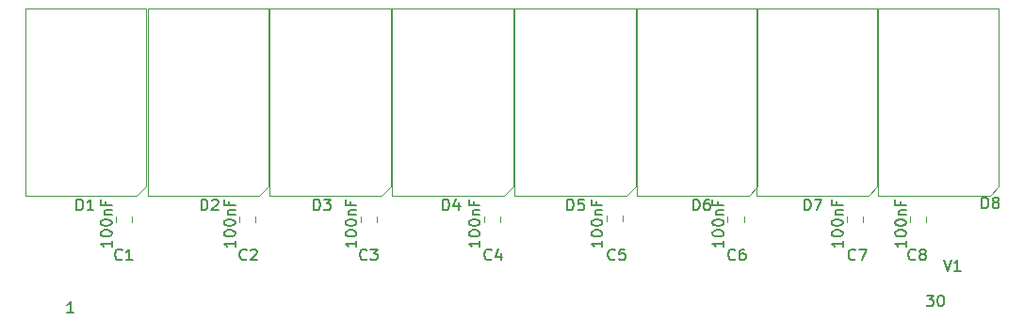
<source format=gbr>
%TF.GenerationSoftware,KiCad,Pcbnew,6.0.0+dfsg1-2*%
%TF.CreationDate,2022-02-11T22:47:22+03:00*%
%TF.ProjectId,simm3016_n,73696d6d-3330-4313-965f-6e2e6b696361,rev?*%
%TF.SameCoordinates,Original*%
%TF.FileFunction,Legend,Top*%
%TF.FilePolarity,Positive*%
%FSLAX46Y46*%
G04 Gerber Fmt 4.6, Leading zero omitted, Abs format (unit mm)*
G04 Created by KiCad (PCBNEW 6.0.0+dfsg1-2) date 2022-02-11 22:47:22*
%MOMM*%
%LPD*%
G01*
G04 APERTURE LIST*
%ADD10C,0.150000*%
%ADD11C,0.120000*%
G04 APERTURE END LIST*
D10*
X218890476Y-139702380D02*
X219223809Y-140702380D01*
X219557142Y-139702380D01*
X220414285Y-140702380D02*
X219842857Y-140702380D01*
X220128571Y-140702380D02*
X220128571Y-139702380D01*
X220033333Y-139845238D01*
X219938095Y-139940476D01*
X219842857Y-139988095D01*
X140685714Y-144452380D02*
X140114285Y-144452380D01*
X140400000Y-144452380D02*
X140400000Y-143452380D01*
X140304761Y-143595238D01*
X140209523Y-143690476D01*
X140114285Y-143738095D01*
X217340476Y-142902380D02*
X217959523Y-142902380D01*
X217626190Y-143283333D01*
X217769047Y-143283333D01*
X217864285Y-143330952D01*
X217911904Y-143378571D01*
X217959523Y-143473809D01*
X217959523Y-143711904D01*
X217911904Y-143807142D01*
X217864285Y-143854761D01*
X217769047Y-143902380D01*
X217483333Y-143902380D01*
X217388095Y-143854761D01*
X217340476Y-143807142D01*
X218578571Y-142902380D02*
X218673809Y-142902380D01*
X218769047Y-142950000D01*
X218816666Y-142997619D01*
X218864285Y-143092857D01*
X218911904Y-143283333D01*
X218911904Y-143521428D01*
X218864285Y-143711904D01*
X218816666Y-143807142D01*
X218769047Y-143854761D01*
X218673809Y-143902380D01*
X218578571Y-143902380D01*
X218483333Y-143854761D01*
X218435714Y-143807142D01*
X218388095Y-143711904D01*
X218340476Y-143521428D01*
X218340476Y-143283333D01*
X218388095Y-143092857D01*
X218435714Y-142997619D01*
X218483333Y-142950000D01*
X218578571Y-142902380D01*
%TO.C,D8*%
X222321904Y-135082380D02*
X222321904Y-134082380D01*
X222560000Y-134082380D01*
X222702857Y-134130000D01*
X222798095Y-134225238D01*
X222845714Y-134320476D01*
X222893333Y-134510952D01*
X222893333Y-134653809D01*
X222845714Y-134844285D01*
X222798095Y-134939523D01*
X222702857Y-135034761D01*
X222560000Y-135082380D01*
X222321904Y-135082380D01*
X223464761Y-134510952D02*
X223369523Y-134463333D01*
X223321904Y-134415714D01*
X223274285Y-134320476D01*
X223274285Y-134272857D01*
X223321904Y-134177619D01*
X223369523Y-134130000D01*
X223464761Y-134082380D01*
X223655238Y-134082380D01*
X223750476Y-134130000D01*
X223798095Y-134177619D01*
X223845714Y-134272857D01*
X223845714Y-134320476D01*
X223798095Y-134415714D01*
X223750476Y-134463333D01*
X223655238Y-134510952D01*
X223464761Y-134510952D01*
X223369523Y-134558571D01*
X223321904Y-134606190D01*
X223274285Y-134701428D01*
X223274285Y-134891904D01*
X223321904Y-134987142D01*
X223369523Y-135034761D01*
X223464761Y-135082380D01*
X223655238Y-135082380D01*
X223750476Y-135034761D01*
X223798095Y-134987142D01*
X223845714Y-134891904D01*
X223845714Y-134701428D01*
X223798095Y-134606190D01*
X223750476Y-134558571D01*
X223655238Y-134510952D01*
%TO.C,D4*%
X173861904Y-135252380D02*
X173861904Y-134252380D01*
X174100000Y-134252380D01*
X174242857Y-134300000D01*
X174338095Y-134395238D01*
X174385714Y-134490476D01*
X174433333Y-134680952D01*
X174433333Y-134823809D01*
X174385714Y-135014285D01*
X174338095Y-135109523D01*
X174242857Y-135204761D01*
X174100000Y-135252380D01*
X173861904Y-135252380D01*
X175290476Y-134585714D02*
X175290476Y-135252380D01*
X175052380Y-134204761D02*
X174814285Y-134919047D01*
X175433333Y-134919047D01*
%TO.C,D5*%
X185061904Y-135252380D02*
X185061904Y-134252380D01*
X185300000Y-134252380D01*
X185442857Y-134300000D01*
X185538095Y-134395238D01*
X185585714Y-134490476D01*
X185633333Y-134680952D01*
X185633333Y-134823809D01*
X185585714Y-135014285D01*
X185538095Y-135109523D01*
X185442857Y-135204761D01*
X185300000Y-135252380D01*
X185061904Y-135252380D01*
X186538095Y-134252380D02*
X186061904Y-134252380D01*
X186014285Y-134728571D01*
X186061904Y-134680952D01*
X186157142Y-134633333D01*
X186395238Y-134633333D01*
X186490476Y-134680952D01*
X186538095Y-134728571D01*
X186585714Y-134823809D01*
X186585714Y-135061904D01*
X186538095Y-135157142D01*
X186490476Y-135204761D01*
X186395238Y-135252380D01*
X186157142Y-135252380D01*
X186061904Y-135204761D01*
X186014285Y-135157142D01*
%TO.C,D1*%
X140961904Y-135252380D02*
X140961904Y-134252380D01*
X141200000Y-134252380D01*
X141342857Y-134300000D01*
X141438095Y-134395238D01*
X141485714Y-134490476D01*
X141533333Y-134680952D01*
X141533333Y-134823809D01*
X141485714Y-135014285D01*
X141438095Y-135109523D01*
X141342857Y-135204761D01*
X141200000Y-135252380D01*
X140961904Y-135252380D01*
X142485714Y-135252380D02*
X141914285Y-135252380D01*
X142200000Y-135252380D02*
X142200000Y-134252380D01*
X142104761Y-134395238D01*
X142009523Y-134490476D01*
X141914285Y-134538095D01*
%TO.C,D6*%
X196361904Y-135252380D02*
X196361904Y-134252380D01*
X196600000Y-134252380D01*
X196742857Y-134300000D01*
X196838095Y-134395238D01*
X196885714Y-134490476D01*
X196933333Y-134680952D01*
X196933333Y-134823809D01*
X196885714Y-135014285D01*
X196838095Y-135109523D01*
X196742857Y-135204761D01*
X196600000Y-135252380D01*
X196361904Y-135252380D01*
X197790476Y-134252380D02*
X197600000Y-134252380D01*
X197504761Y-134300000D01*
X197457142Y-134347619D01*
X197361904Y-134490476D01*
X197314285Y-134680952D01*
X197314285Y-135061904D01*
X197361904Y-135157142D01*
X197409523Y-135204761D01*
X197504761Y-135252380D01*
X197695238Y-135252380D01*
X197790476Y-135204761D01*
X197838095Y-135157142D01*
X197885714Y-135061904D01*
X197885714Y-134823809D01*
X197838095Y-134728571D01*
X197790476Y-134680952D01*
X197695238Y-134633333D01*
X197504761Y-134633333D01*
X197409523Y-134680952D01*
X197361904Y-134728571D01*
X197314285Y-134823809D01*
%TO.C,D2*%
X152161904Y-135252380D02*
X152161904Y-134252380D01*
X152400000Y-134252380D01*
X152542857Y-134300000D01*
X152638095Y-134395238D01*
X152685714Y-134490476D01*
X152733333Y-134680952D01*
X152733333Y-134823809D01*
X152685714Y-135014285D01*
X152638095Y-135109523D01*
X152542857Y-135204761D01*
X152400000Y-135252380D01*
X152161904Y-135252380D01*
X153114285Y-134347619D02*
X153161904Y-134300000D01*
X153257142Y-134252380D01*
X153495238Y-134252380D01*
X153590476Y-134300000D01*
X153638095Y-134347619D01*
X153685714Y-134442857D01*
X153685714Y-134538095D01*
X153638095Y-134680952D01*
X153066666Y-135252380D01*
X153685714Y-135252380D01*
%TO.C,D3*%
X162261904Y-135252380D02*
X162261904Y-134252380D01*
X162500000Y-134252380D01*
X162642857Y-134300000D01*
X162738095Y-134395238D01*
X162785714Y-134490476D01*
X162833333Y-134680952D01*
X162833333Y-134823809D01*
X162785714Y-135014285D01*
X162738095Y-135109523D01*
X162642857Y-135204761D01*
X162500000Y-135252380D01*
X162261904Y-135252380D01*
X163166666Y-134252380D02*
X163785714Y-134252380D01*
X163452380Y-134633333D01*
X163595238Y-134633333D01*
X163690476Y-134680952D01*
X163738095Y-134728571D01*
X163785714Y-134823809D01*
X163785714Y-135061904D01*
X163738095Y-135157142D01*
X163690476Y-135204761D01*
X163595238Y-135252380D01*
X163309523Y-135252380D01*
X163214285Y-135204761D01*
X163166666Y-135157142D01*
%TO.C,D7*%
X206361904Y-135252380D02*
X206361904Y-134252380D01*
X206600000Y-134252380D01*
X206742857Y-134300000D01*
X206838095Y-134395238D01*
X206885714Y-134490476D01*
X206933333Y-134680952D01*
X206933333Y-134823809D01*
X206885714Y-135014285D01*
X206838095Y-135109523D01*
X206742857Y-135204761D01*
X206600000Y-135252380D01*
X206361904Y-135252380D01*
X207266666Y-134252380D02*
X207933333Y-134252380D01*
X207504761Y-135252380D01*
%TO.C,C6*%
X200133333Y-139657142D02*
X200085714Y-139704761D01*
X199942857Y-139752380D01*
X199847619Y-139752380D01*
X199704761Y-139704761D01*
X199609523Y-139609523D01*
X199561904Y-139514285D01*
X199514285Y-139323809D01*
X199514285Y-139180952D01*
X199561904Y-138990476D01*
X199609523Y-138895238D01*
X199704761Y-138800000D01*
X199847619Y-138752380D01*
X199942857Y-138752380D01*
X200085714Y-138800000D01*
X200133333Y-138847619D01*
X200990476Y-138752380D02*
X200800000Y-138752380D01*
X200704761Y-138800000D01*
X200657142Y-138847619D01*
X200561904Y-138990476D01*
X200514285Y-139180952D01*
X200514285Y-139561904D01*
X200561904Y-139657142D01*
X200609523Y-139704761D01*
X200704761Y-139752380D01*
X200895238Y-139752380D01*
X200990476Y-139704761D01*
X201038095Y-139657142D01*
X201085714Y-139561904D01*
X201085714Y-139323809D01*
X201038095Y-139228571D01*
X200990476Y-139180952D01*
X200895238Y-139133333D01*
X200704761Y-139133333D01*
X200609523Y-139180952D01*
X200561904Y-139228571D01*
X200514285Y-139323809D01*
X199102380Y-137997619D02*
X199102380Y-138569047D01*
X199102380Y-138283333D02*
X198102380Y-138283333D01*
X198245238Y-138378571D01*
X198340476Y-138473809D01*
X198388095Y-138569047D01*
X198102380Y-137378571D02*
X198102380Y-137283333D01*
X198150000Y-137188095D01*
X198197619Y-137140476D01*
X198292857Y-137092857D01*
X198483333Y-137045238D01*
X198721428Y-137045238D01*
X198911904Y-137092857D01*
X199007142Y-137140476D01*
X199054761Y-137188095D01*
X199102380Y-137283333D01*
X199102380Y-137378571D01*
X199054761Y-137473809D01*
X199007142Y-137521428D01*
X198911904Y-137569047D01*
X198721428Y-137616666D01*
X198483333Y-137616666D01*
X198292857Y-137569047D01*
X198197619Y-137521428D01*
X198150000Y-137473809D01*
X198102380Y-137378571D01*
X198102380Y-136426190D02*
X198102380Y-136330952D01*
X198150000Y-136235714D01*
X198197619Y-136188095D01*
X198292857Y-136140476D01*
X198483333Y-136092857D01*
X198721428Y-136092857D01*
X198911904Y-136140476D01*
X199007142Y-136188095D01*
X199054761Y-136235714D01*
X199102380Y-136330952D01*
X199102380Y-136426190D01*
X199054761Y-136521428D01*
X199007142Y-136569047D01*
X198911904Y-136616666D01*
X198721428Y-136664285D01*
X198483333Y-136664285D01*
X198292857Y-136616666D01*
X198197619Y-136569047D01*
X198150000Y-136521428D01*
X198102380Y-136426190D01*
X198435714Y-135664285D02*
X199102380Y-135664285D01*
X198530952Y-135664285D02*
X198483333Y-135616666D01*
X198435714Y-135521428D01*
X198435714Y-135378571D01*
X198483333Y-135283333D01*
X198578571Y-135235714D01*
X199102380Y-135235714D01*
X198578571Y-134426190D02*
X198578571Y-134759523D01*
X199102380Y-134759523D02*
X198102380Y-134759523D01*
X198102380Y-134283333D01*
%TO.C,C2*%
X156233333Y-139657142D02*
X156185714Y-139704761D01*
X156042857Y-139752380D01*
X155947619Y-139752380D01*
X155804761Y-139704761D01*
X155709523Y-139609523D01*
X155661904Y-139514285D01*
X155614285Y-139323809D01*
X155614285Y-139180952D01*
X155661904Y-138990476D01*
X155709523Y-138895238D01*
X155804761Y-138800000D01*
X155947619Y-138752380D01*
X156042857Y-138752380D01*
X156185714Y-138800000D01*
X156233333Y-138847619D01*
X156614285Y-138847619D02*
X156661904Y-138800000D01*
X156757142Y-138752380D01*
X156995238Y-138752380D01*
X157090476Y-138800000D01*
X157138095Y-138847619D01*
X157185714Y-138942857D01*
X157185714Y-139038095D01*
X157138095Y-139180952D01*
X156566666Y-139752380D01*
X157185714Y-139752380D01*
X155202380Y-137997619D02*
X155202380Y-138569047D01*
X155202380Y-138283333D02*
X154202380Y-138283333D01*
X154345238Y-138378571D01*
X154440476Y-138473809D01*
X154488095Y-138569047D01*
X154202380Y-137378571D02*
X154202380Y-137283333D01*
X154250000Y-137188095D01*
X154297619Y-137140476D01*
X154392857Y-137092857D01*
X154583333Y-137045238D01*
X154821428Y-137045238D01*
X155011904Y-137092857D01*
X155107142Y-137140476D01*
X155154761Y-137188095D01*
X155202380Y-137283333D01*
X155202380Y-137378571D01*
X155154761Y-137473809D01*
X155107142Y-137521428D01*
X155011904Y-137569047D01*
X154821428Y-137616666D01*
X154583333Y-137616666D01*
X154392857Y-137569047D01*
X154297619Y-137521428D01*
X154250000Y-137473809D01*
X154202380Y-137378571D01*
X154202380Y-136426190D02*
X154202380Y-136330952D01*
X154250000Y-136235714D01*
X154297619Y-136188095D01*
X154392857Y-136140476D01*
X154583333Y-136092857D01*
X154821428Y-136092857D01*
X155011904Y-136140476D01*
X155107142Y-136188095D01*
X155154761Y-136235714D01*
X155202380Y-136330952D01*
X155202380Y-136426190D01*
X155154761Y-136521428D01*
X155107142Y-136569047D01*
X155011904Y-136616666D01*
X154821428Y-136664285D01*
X154583333Y-136664285D01*
X154392857Y-136616666D01*
X154297619Y-136569047D01*
X154250000Y-136521428D01*
X154202380Y-136426190D01*
X154535714Y-135664285D02*
X155202380Y-135664285D01*
X154630952Y-135664285D02*
X154583333Y-135616666D01*
X154535714Y-135521428D01*
X154535714Y-135378571D01*
X154583333Y-135283333D01*
X154678571Y-135235714D01*
X155202380Y-135235714D01*
X154678571Y-134426190D02*
X154678571Y-134759523D01*
X155202380Y-134759523D02*
X154202380Y-134759523D01*
X154202380Y-134283333D01*
%TO.C,C1*%
X145033333Y-139657142D02*
X144985714Y-139704761D01*
X144842857Y-139752380D01*
X144747619Y-139752380D01*
X144604761Y-139704761D01*
X144509523Y-139609523D01*
X144461904Y-139514285D01*
X144414285Y-139323809D01*
X144414285Y-139180952D01*
X144461904Y-138990476D01*
X144509523Y-138895238D01*
X144604761Y-138800000D01*
X144747619Y-138752380D01*
X144842857Y-138752380D01*
X144985714Y-138800000D01*
X145033333Y-138847619D01*
X145985714Y-139752380D02*
X145414285Y-139752380D01*
X145700000Y-139752380D02*
X145700000Y-138752380D01*
X145604761Y-138895238D01*
X145509523Y-138990476D01*
X145414285Y-139038095D01*
X144102380Y-137997619D02*
X144102380Y-138569047D01*
X144102380Y-138283333D02*
X143102380Y-138283333D01*
X143245238Y-138378571D01*
X143340476Y-138473809D01*
X143388095Y-138569047D01*
X143102380Y-137378571D02*
X143102380Y-137283333D01*
X143150000Y-137188095D01*
X143197619Y-137140476D01*
X143292857Y-137092857D01*
X143483333Y-137045238D01*
X143721428Y-137045238D01*
X143911904Y-137092857D01*
X144007142Y-137140476D01*
X144054761Y-137188095D01*
X144102380Y-137283333D01*
X144102380Y-137378571D01*
X144054761Y-137473809D01*
X144007142Y-137521428D01*
X143911904Y-137569047D01*
X143721428Y-137616666D01*
X143483333Y-137616666D01*
X143292857Y-137569047D01*
X143197619Y-137521428D01*
X143150000Y-137473809D01*
X143102380Y-137378571D01*
X143102380Y-136426190D02*
X143102380Y-136330952D01*
X143150000Y-136235714D01*
X143197619Y-136188095D01*
X143292857Y-136140476D01*
X143483333Y-136092857D01*
X143721428Y-136092857D01*
X143911904Y-136140476D01*
X144007142Y-136188095D01*
X144054761Y-136235714D01*
X144102380Y-136330952D01*
X144102380Y-136426190D01*
X144054761Y-136521428D01*
X144007142Y-136569047D01*
X143911904Y-136616666D01*
X143721428Y-136664285D01*
X143483333Y-136664285D01*
X143292857Y-136616666D01*
X143197619Y-136569047D01*
X143150000Y-136521428D01*
X143102380Y-136426190D01*
X143435714Y-135664285D02*
X144102380Y-135664285D01*
X143530952Y-135664285D02*
X143483333Y-135616666D01*
X143435714Y-135521428D01*
X143435714Y-135378571D01*
X143483333Y-135283333D01*
X143578571Y-135235714D01*
X144102380Y-135235714D01*
X143578571Y-134426190D02*
X143578571Y-134759523D01*
X144102380Y-134759523D02*
X143102380Y-134759523D01*
X143102380Y-134283333D01*
%TO.C,C7*%
X210933333Y-139657142D02*
X210885714Y-139704761D01*
X210742857Y-139752380D01*
X210647619Y-139752380D01*
X210504761Y-139704761D01*
X210409523Y-139609523D01*
X210361904Y-139514285D01*
X210314285Y-139323809D01*
X210314285Y-139180952D01*
X210361904Y-138990476D01*
X210409523Y-138895238D01*
X210504761Y-138800000D01*
X210647619Y-138752380D01*
X210742857Y-138752380D01*
X210885714Y-138800000D01*
X210933333Y-138847619D01*
X211266666Y-138752380D02*
X211933333Y-138752380D01*
X211504761Y-139752380D01*
X209802380Y-137997619D02*
X209802380Y-138569047D01*
X209802380Y-138283333D02*
X208802380Y-138283333D01*
X208945238Y-138378571D01*
X209040476Y-138473809D01*
X209088095Y-138569047D01*
X208802380Y-137378571D02*
X208802380Y-137283333D01*
X208850000Y-137188095D01*
X208897619Y-137140476D01*
X208992857Y-137092857D01*
X209183333Y-137045238D01*
X209421428Y-137045238D01*
X209611904Y-137092857D01*
X209707142Y-137140476D01*
X209754761Y-137188095D01*
X209802380Y-137283333D01*
X209802380Y-137378571D01*
X209754761Y-137473809D01*
X209707142Y-137521428D01*
X209611904Y-137569047D01*
X209421428Y-137616666D01*
X209183333Y-137616666D01*
X208992857Y-137569047D01*
X208897619Y-137521428D01*
X208850000Y-137473809D01*
X208802380Y-137378571D01*
X208802380Y-136426190D02*
X208802380Y-136330952D01*
X208850000Y-136235714D01*
X208897619Y-136188095D01*
X208992857Y-136140476D01*
X209183333Y-136092857D01*
X209421428Y-136092857D01*
X209611904Y-136140476D01*
X209707142Y-136188095D01*
X209754761Y-136235714D01*
X209802380Y-136330952D01*
X209802380Y-136426190D01*
X209754761Y-136521428D01*
X209707142Y-136569047D01*
X209611904Y-136616666D01*
X209421428Y-136664285D01*
X209183333Y-136664285D01*
X208992857Y-136616666D01*
X208897619Y-136569047D01*
X208850000Y-136521428D01*
X208802380Y-136426190D01*
X209135714Y-135664285D02*
X209802380Y-135664285D01*
X209230952Y-135664285D02*
X209183333Y-135616666D01*
X209135714Y-135521428D01*
X209135714Y-135378571D01*
X209183333Y-135283333D01*
X209278571Y-135235714D01*
X209802380Y-135235714D01*
X209278571Y-134426190D02*
X209278571Y-134759523D01*
X209802380Y-134759523D02*
X208802380Y-134759523D01*
X208802380Y-134283333D01*
%TO.C,C3*%
X167033333Y-139657142D02*
X166985714Y-139704761D01*
X166842857Y-139752380D01*
X166747619Y-139752380D01*
X166604761Y-139704761D01*
X166509523Y-139609523D01*
X166461904Y-139514285D01*
X166414285Y-139323809D01*
X166414285Y-139180952D01*
X166461904Y-138990476D01*
X166509523Y-138895238D01*
X166604761Y-138800000D01*
X166747619Y-138752380D01*
X166842857Y-138752380D01*
X166985714Y-138800000D01*
X167033333Y-138847619D01*
X167366666Y-138752380D02*
X167985714Y-138752380D01*
X167652380Y-139133333D01*
X167795238Y-139133333D01*
X167890476Y-139180952D01*
X167938095Y-139228571D01*
X167985714Y-139323809D01*
X167985714Y-139561904D01*
X167938095Y-139657142D01*
X167890476Y-139704761D01*
X167795238Y-139752380D01*
X167509523Y-139752380D01*
X167414285Y-139704761D01*
X167366666Y-139657142D01*
X166102380Y-137997619D02*
X166102380Y-138569047D01*
X166102380Y-138283333D02*
X165102380Y-138283333D01*
X165245238Y-138378571D01*
X165340476Y-138473809D01*
X165388095Y-138569047D01*
X165102380Y-137378571D02*
X165102380Y-137283333D01*
X165150000Y-137188095D01*
X165197619Y-137140476D01*
X165292857Y-137092857D01*
X165483333Y-137045238D01*
X165721428Y-137045238D01*
X165911904Y-137092857D01*
X166007142Y-137140476D01*
X166054761Y-137188095D01*
X166102380Y-137283333D01*
X166102380Y-137378571D01*
X166054761Y-137473809D01*
X166007142Y-137521428D01*
X165911904Y-137569047D01*
X165721428Y-137616666D01*
X165483333Y-137616666D01*
X165292857Y-137569047D01*
X165197619Y-137521428D01*
X165150000Y-137473809D01*
X165102380Y-137378571D01*
X165102380Y-136426190D02*
X165102380Y-136330952D01*
X165150000Y-136235714D01*
X165197619Y-136188095D01*
X165292857Y-136140476D01*
X165483333Y-136092857D01*
X165721428Y-136092857D01*
X165911904Y-136140476D01*
X166007142Y-136188095D01*
X166054761Y-136235714D01*
X166102380Y-136330952D01*
X166102380Y-136426190D01*
X166054761Y-136521428D01*
X166007142Y-136569047D01*
X165911904Y-136616666D01*
X165721428Y-136664285D01*
X165483333Y-136664285D01*
X165292857Y-136616666D01*
X165197619Y-136569047D01*
X165150000Y-136521428D01*
X165102380Y-136426190D01*
X165435714Y-135664285D02*
X166102380Y-135664285D01*
X165530952Y-135664285D02*
X165483333Y-135616666D01*
X165435714Y-135521428D01*
X165435714Y-135378571D01*
X165483333Y-135283333D01*
X165578571Y-135235714D01*
X166102380Y-135235714D01*
X165578571Y-134426190D02*
X165578571Y-134759523D01*
X166102380Y-134759523D02*
X165102380Y-134759523D01*
X165102380Y-134283333D01*
%TO.C,C5*%
X189333333Y-139657142D02*
X189285714Y-139704761D01*
X189142857Y-139752380D01*
X189047619Y-139752380D01*
X188904761Y-139704761D01*
X188809523Y-139609523D01*
X188761904Y-139514285D01*
X188714285Y-139323809D01*
X188714285Y-139180952D01*
X188761904Y-138990476D01*
X188809523Y-138895238D01*
X188904761Y-138800000D01*
X189047619Y-138752380D01*
X189142857Y-138752380D01*
X189285714Y-138800000D01*
X189333333Y-138847619D01*
X190238095Y-138752380D02*
X189761904Y-138752380D01*
X189714285Y-139228571D01*
X189761904Y-139180952D01*
X189857142Y-139133333D01*
X190095238Y-139133333D01*
X190190476Y-139180952D01*
X190238095Y-139228571D01*
X190285714Y-139323809D01*
X190285714Y-139561904D01*
X190238095Y-139657142D01*
X190190476Y-139704761D01*
X190095238Y-139752380D01*
X189857142Y-139752380D01*
X189761904Y-139704761D01*
X189714285Y-139657142D01*
X188202380Y-137997619D02*
X188202380Y-138569047D01*
X188202380Y-138283333D02*
X187202380Y-138283333D01*
X187345238Y-138378571D01*
X187440476Y-138473809D01*
X187488095Y-138569047D01*
X187202380Y-137378571D02*
X187202380Y-137283333D01*
X187250000Y-137188095D01*
X187297619Y-137140476D01*
X187392857Y-137092857D01*
X187583333Y-137045238D01*
X187821428Y-137045238D01*
X188011904Y-137092857D01*
X188107142Y-137140476D01*
X188154761Y-137188095D01*
X188202380Y-137283333D01*
X188202380Y-137378571D01*
X188154761Y-137473809D01*
X188107142Y-137521428D01*
X188011904Y-137569047D01*
X187821428Y-137616666D01*
X187583333Y-137616666D01*
X187392857Y-137569047D01*
X187297619Y-137521428D01*
X187250000Y-137473809D01*
X187202380Y-137378571D01*
X187202380Y-136426190D02*
X187202380Y-136330952D01*
X187250000Y-136235714D01*
X187297619Y-136188095D01*
X187392857Y-136140476D01*
X187583333Y-136092857D01*
X187821428Y-136092857D01*
X188011904Y-136140476D01*
X188107142Y-136188095D01*
X188154761Y-136235714D01*
X188202380Y-136330952D01*
X188202380Y-136426190D01*
X188154761Y-136521428D01*
X188107142Y-136569047D01*
X188011904Y-136616666D01*
X187821428Y-136664285D01*
X187583333Y-136664285D01*
X187392857Y-136616666D01*
X187297619Y-136569047D01*
X187250000Y-136521428D01*
X187202380Y-136426190D01*
X187535714Y-135664285D02*
X188202380Y-135664285D01*
X187630952Y-135664285D02*
X187583333Y-135616666D01*
X187535714Y-135521428D01*
X187535714Y-135378571D01*
X187583333Y-135283333D01*
X187678571Y-135235714D01*
X188202380Y-135235714D01*
X187678571Y-134426190D02*
X187678571Y-134759523D01*
X188202380Y-134759523D02*
X187202380Y-134759523D01*
X187202380Y-134283333D01*
%TO.C,C8*%
X216333333Y-139657142D02*
X216285714Y-139704761D01*
X216142857Y-139752380D01*
X216047619Y-139752380D01*
X215904761Y-139704761D01*
X215809523Y-139609523D01*
X215761904Y-139514285D01*
X215714285Y-139323809D01*
X215714285Y-139180952D01*
X215761904Y-138990476D01*
X215809523Y-138895238D01*
X215904761Y-138800000D01*
X216047619Y-138752380D01*
X216142857Y-138752380D01*
X216285714Y-138800000D01*
X216333333Y-138847619D01*
X216904761Y-139180952D02*
X216809523Y-139133333D01*
X216761904Y-139085714D01*
X216714285Y-138990476D01*
X216714285Y-138942857D01*
X216761904Y-138847619D01*
X216809523Y-138800000D01*
X216904761Y-138752380D01*
X217095238Y-138752380D01*
X217190476Y-138800000D01*
X217238095Y-138847619D01*
X217285714Y-138942857D01*
X217285714Y-138990476D01*
X217238095Y-139085714D01*
X217190476Y-139133333D01*
X217095238Y-139180952D01*
X216904761Y-139180952D01*
X216809523Y-139228571D01*
X216761904Y-139276190D01*
X216714285Y-139371428D01*
X216714285Y-139561904D01*
X216761904Y-139657142D01*
X216809523Y-139704761D01*
X216904761Y-139752380D01*
X217095238Y-139752380D01*
X217190476Y-139704761D01*
X217238095Y-139657142D01*
X217285714Y-139561904D01*
X217285714Y-139371428D01*
X217238095Y-139276190D01*
X217190476Y-139228571D01*
X217095238Y-139180952D01*
X215502380Y-137997619D02*
X215502380Y-138569047D01*
X215502380Y-138283333D02*
X214502380Y-138283333D01*
X214645238Y-138378571D01*
X214740476Y-138473809D01*
X214788095Y-138569047D01*
X214502380Y-137378571D02*
X214502380Y-137283333D01*
X214550000Y-137188095D01*
X214597619Y-137140476D01*
X214692857Y-137092857D01*
X214883333Y-137045238D01*
X215121428Y-137045238D01*
X215311904Y-137092857D01*
X215407142Y-137140476D01*
X215454761Y-137188095D01*
X215502380Y-137283333D01*
X215502380Y-137378571D01*
X215454761Y-137473809D01*
X215407142Y-137521428D01*
X215311904Y-137569047D01*
X215121428Y-137616666D01*
X214883333Y-137616666D01*
X214692857Y-137569047D01*
X214597619Y-137521428D01*
X214550000Y-137473809D01*
X214502380Y-137378571D01*
X214502380Y-136426190D02*
X214502380Y-136330952D01*
X214550000Y-136235714D01*
X214597619Y-136188095D01*
X214692857Y-136140476D01*
X214883333Y-136092857D01*
X215121428Y-136092857D01*
X215311904Y-136140476D01*
X215407142Y-136188095D01*
X215454761Y-136235714D01*
X215502380Y-136330952D01*
X215502380Y-136426190D01*
X215454761Y-136521428D01*
X215407142Y-136569047D01*
X215311904Y-136616666D01*
X215121428Y-136664285D01*
X214883333Y-136664285D01*
X214692857Y-136616666D01*
X214597619Y-136569047D01*
X214550000Y-136521428D01*
X214502380Y-136426190D01*
X214835714Y-135664285D02*
X215502380Y-135664285D01*
X214930952Y-135664285D02*
X214883333Y-135616666D01*
X214835714Y-135521428D01*
X214835714Y-135378571D01*
X214883333Y-135283333D01*
X214978571Y-135235714D01*
X215502380Y-135235714D01*
X214978571Y-134426190D02*
X214978571Y-134759523D01*
X215502380Y-134759523D02*
X214502380Y-134759523D01*
X214502380Y-134283333D01*
%TO.C,C4*%
X178233333Y-139657142D02*
X178185714Y-139704761D01*
X178042857Y-139752380D01*
X177947619Y-139752380D01*
X177804761Y-139704761D01*
X177709523Y-139609523D01*
X177661904Y-139514285D01*
X177614285Y-139323809D01*
X177614285Y-139180952D01*
X177661904Y-138990476D01*
X177709523Y-138895238D01*
X177804761Y-138800000D01*
X177947619Y-138752380D01*
X178042857Y-138752380D01*
X178185714Y-138800000D01*
X178233333Y-138847619D01*
X179090476Y-139085714D02*
X179090476Y-139752380D01*
X178852380Y-138704761D02*
X178614285Y-139419047D01*
X179233333Y-139419047D01*
X177202380Y-137997619D02*
X177202380Y-138569047D01*
X177202380Y-138283333D02*
X176202380Y-138283333D01*
X176345238Y-138378571D01*
X176440476Y-138473809D01*
X176488095Y-138569047D01*
X176202380Y-137378571D02*
X176202380Y-137283333D01*
X176250000Y-137188095D01*
X176297619Y-137140476D01*
X176392857Y-137092857D01*
X176583333Y-137045238D01*
X176821428Y-137045238D01*
X177011904Y-137092857D01*
X177107142Y-137140476D01*
X177154761Y-137188095D01*
X177202380Y-137283333D01*
X177202380Y-137378571D01*
X177154761Y-137473809D01*
X177107142Y-137521428D01*
X177011904Y-137569047D01*
X176821428Y-137616666D01*
X176583333Y-137616666D01*
X176392857Y-137569047D01*
X176297619Y-137521428D01*
X176250000Y-137473809D01*
X176202380Y-137378571D01*
X176202380Y-136426190D02*
X176202380Y-136330952D01*
X176250000Y-136235714D01*
X176297619Y-136188095D01*
X176392857Y-136140476D01*
X176583333Y-136092857D01*
X176821428Y-136092857D01*
X177011904Y-136140476D01*
X177107142Y-136188095D01*
X177154761Y-136235714D01*
X177202380Y-136330952D01*
X177202380Y-136426190D01*
X177154761Y-136521428D01*
X177107142Y-136569047D01*
X177011904Y-136616666D01*
X176821428Y-136664285D01*
X176583333Y-136664285D01*
X176392857Y-136616666D01*
X176297619Y-136569047D01*
X176250000Y-136521428D01*
X176202380Y-136426190D01*
X176535714Y-135664285D02*
X177202380Y-135664285D01*
X176630952Y-135664285D02*
X176583333Y-135616666D01*
X176535714Y-135521428D01*
X176535714Y-135378571D01*
X176583333Y-135283333D01*
X176678571Y-135235714D01*
X177202380Y-135235714D01*
X176678571Y-134426190D02*
X176678571Y-134759523D01*
X177202380Y-134759523D02*
X176202380Y-134759523D01*
X176202380Y-134283333D01*
D11*
%TO.C,D8*%
X212970000Y-133920000D02*
X212970000Y-117080000D01*
X223830000Y-117080000D02*
X223830000Y-133120000D01*
X223030000Y-133920000D02*
X212970000Y-133920000D01*
X223830000Y-133120000D02*
X223030000Y-133920000D01*
X212970000Y-117080000D02*
X223830000Y-117080000D01*
%TO.C,D4*%
X169320000Y-133920000D02*
X169320000Y-117080000D01*
X180180000Y-117080000D02*
X180180000Y-133120000D01*
X179380000Y-133920000D02*
X169320000Y-133920000D01*
X180180000Y-133120000D02*
X179380000Y-133920000D01*
X169320000Y-117080000D02*
X180180000Y-117080000D01*
%TO.C,D5*%
X180320000Y-133920000D02*
X180320000Y-117080000D01*
X191180000Y-117080000D02*
X191180000Y-133120000D01*
X190380000Y-133920000D02*
X180320000Y-133920000D01*
X191180000Y-133120000D02*
X190380000Y-133920000D01*
X180320000Y-117080000D02*
X191180000Y-117080000D01*
%TO.C,D1*%
X136320000Y-133920000D02*
X136320000Y-117080000D01*
X147180000Y-117080000D02*
X147180000Y-133120000D01*
X146380000Y-133920000D02*
X136320000Y-133920000D01*
X147180000Y-133120000D02*
X146380000Y-133920000D01*
X136320000Y-117080000D02*
X147180000Y-117080000D01*
%TO.C,D6*%
X191320000Y-133920000D02*
X191320000Y-117080000D01*
X202180000Y-117080000D02*
X202180000Y-133120000D01*
X201380000Y-133920000D02*
X191320000Y-133920000D01*
X202180000Y-133120000D02*
X201380000Y-133920000D01*
X191320000Y-117080000D02*
X202180000Y-117080000D01*
%TO.C,D2*%
X147320000Y-133920000D02*
X147320000Y-117080000D01*
X158180000Y-117080000D02*
X158180000Y-133120000D01*
X157380000Y-133920000D02*
X147320000Y-133920000D01*
X158180000Y-133120000D02*
X157380000Y-133920000D01*
X147320000Y-117080000D02*
X158180000Y-117080000D01*
%TO.C,D3*%
X158320000Y-133920000D02*
X158320000Y-117080000D01*
X169180000Y-117080000D02*
X169180000Y-133120000D01*
X168380000Y-133920000D02*
X158320000Y-133920000D01*
X169180000Y-133120000D02*
X168380000Y-133920000D01*
X158320000Y-117080000D02*
X169180000Y-117080000D01*
%TO.C,D7*%
X202070000Y-133920000D02*
X202070000Y-117080000D01*
X212930000Y-117080000D02*
X212930000Y-133120000D01*
X212130000Y-133920000D02*
X202070000Y-133920000D01*
X212930000Y-133120000D02*
X212130000Y-133920000D01*
X202070000Y-117080000D02*
X212930000Y-117080000D01*
%TO.C,C6*%
X200935000Y-135838748D02*
X200935000Y-136361252D01*
X199465000Y-135838748D02*
X199465000Y-136361252D01*
%TO.C,C2*%
X157035000Y-135838748D02*
X157035000Y-136361252D01*
X155565000Y-135838748D02*
X155565000Y-136361252D01*
%TO.C,C1*%
X145935000Y-135838748D02*
X145935000Y-136361252D01*
X144465000Y-135838748D02*
X144465000Y-136361252D01*
%TO.C,C7*%
X210165000Y-135838748D02*
X210165000Y-136361252D01*
X211635000Y-135838748D02*
X211635000Y-136361252D01*
%TO.C,C3*%
X166465000Y-135838748D02*
X166465000Y-136361252D01*
X167935000Y-135838748D02*
X167935000Y-136361252D01*
%TO.C,C5*%
X188565000Y-135701248D02*
X188565000Y-136223752D01*
X190035000Y-135701248D02*
X190035000Y-136223752D01*
%TO.C,C8*%
X217335000Y-135838748D02*
X217335000Y-136361252D01*
X215865000Y-135838748D02*
X215865000Y-136361252D01*
%TO.C,C4*%
X179035000Y-135838748D02*
X179035000Y-136361252D01*
X177565000Y-135838748D02*
X177565000Y-136361252D01*
%TD*%
M02*

</source>
